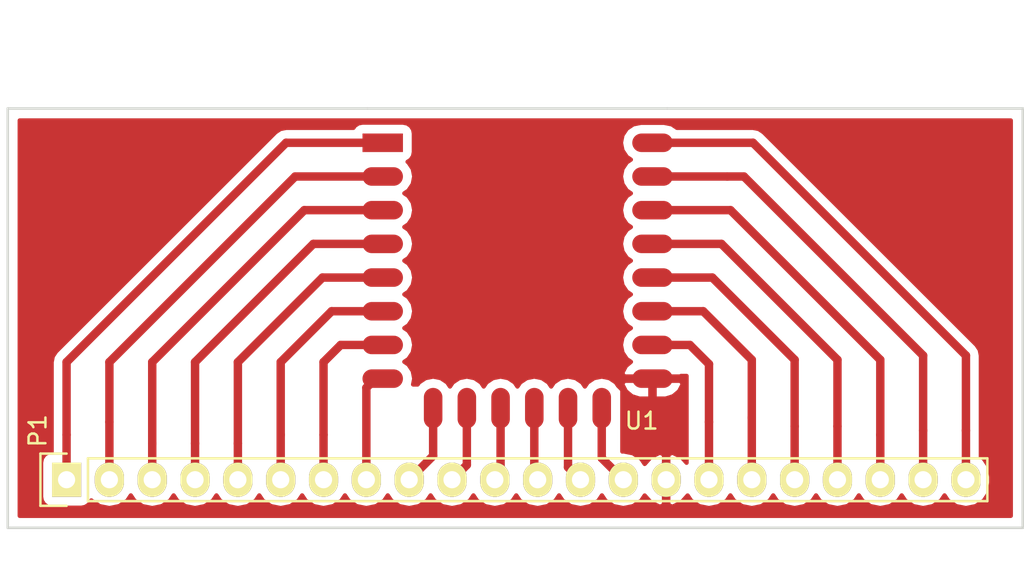
<source format=kicad_pcb>
(kicad_pcb (version 4) (host pcbnew 4.0.2-stable)

  (general
    (links 22)
    (no_connects 0)
    (area 126.975 86.273799 188.035001 120.158333)
    (thickness 1.6)
    (drawings 6)
    (tracks 77)
    (zones 0)
    (modules 2)
    (nets 23)
  )

  (page A4)
  (layers
    (0 F.Cu signal)
    (31 B.Cu signal)
    (32 B.Adhes user)
    (33 F.Adhes user)
    (34 B.Paste user)
    (35 F.Paste user)
    (36 B.SilkS user)
    (37 F.SilkS user)
    (38 B.Mask user)
    (39 F.Mask user)
    (40 Dwgs.User user)
    (41 Cmts.User user)
    (42 Eco1.User user)
    (43 Eco2.User user)
    (44 Edge.Cuts user)
    (45 Margin user)
    (46 B.CrtYd user)
    (47 F.CrtYd user)
    (48 B.Fab user)
    (49 F.Fab user)
  )

  (setup
    (last_trace_width 0.5)
    (trace_clearance 0.25)
    (zone_clearance 0.508)
    (zone_45_only yes)
    (trace_min 0.2)
    (segment_width 0.2)
    (edge_width 0.15)
    (via_size 0.6)
    (via_drill 0.4)
    (via_min_size 0.4)
    (via_min_drill 0.3)
    (uvia_size 0.3)
    (uvia_drill 0.1)
    (uvias_allowed no)
    (uvia_min_size 0.2)
    (uvia_min_drill 0.1)
    (pcb_text_width 0.3)
    (pcb_text_size 1.5 1.5)
    (mod_edge_width 0.15)
    (mod_text_size 1 1)
    (mod_text_width 0.15)
    (pad_size 2.032 1.7272)
    (pad_drill 1.016)
    (pad_to_mask_clearance 0.2)
    (aux_axis_origin 0 0)
    (visible_elements 7FFFFFFF)
    (pcbplotparams
      (layerselection 0x01000_00000001)
      (usegerberextensions false)
      (excludeedgelayer true)
      (linewidth 0.100000)
      (plotframeref false)
      (viasonmask false)
      (mode 1)
      (useauxorigin false)
      (hpglpennumber 1)
      (hpglpenspeed 20)
      (hpglpendiameter 15)
      (hpglpenoverlay 2)
      (psnegative false)
      (psa4output false)
      (plotreference true)
      (plotvalue false)
      (plotinvisibletext false)
      (padsonsilk false)
      (subtractmaskfromsilk true)
      (outputformat 1)
      (mirror false)
      (drillshape 0)
      (scaleselection 1)
      (outputdirectory ESP-12-F/))
  )

  (net 0 "")
  (net 1 "Net-(P1-Pad1)")
  (net 2 "Net-(P1-Pad2)")
  (net 3 "Net-(P1-Pad3)")
  (net 4 "Net-(P1-Pad4)")
  (net 5 "Net-(P1-Pad5)")
  (net 6 "Net-(P1-Pad6)")
  (net 7 "Net-(P1-Pad7)")
  (net 8 "Net-(P1-Pad9)")
  (net 9 "Net-(P1-Pad10)")
  (net 10 "Net-(P1-Pad11)")
  (net 11 "Net-(P1-Pad12)")
  (net 12 "Net-(P1-Pad13)")
  (net 13 "Net-(P1-Pad14)")
  (net 14 "Net-(P1-Pad16)")
  (net 15 "Net-(P1-Pad17)")
  (net 16 "Net-(P1-Pad18)")
  (net 17 "Net-(P1-Pad19)")
  (net 18 "Net-(P1-Pad20)")
  (net 19 "Net-(P1-Pad8)")
  (net 20 "Net-(P1-Pad15)")
  (net 21 "Net-(P1-Pad21)")
  (net 22 "Net-(P1-Pad22)")

  (net_class Default "This is the default net class."
    (clearance 0.25)
    (trace_width 0.5)
    (via_dia 0.6)
    (via_drill 0.4)
    (uvia_dia 0.3)
    (uvia_drill 0.1)
    (add_net "Net-(P1-Pad1)")
    (add_net "Net-(P1-Pad10)")
    (add_net "Net-(P1-Pad11)")
    (add_net "Net-(P1-Pad12)")
    (add_net "Net-(P1-Pad13)")
    (add_net "Net-(P1-Pad14)")
    (add_net "Net-(P1-Pad15)")
    (add_net "Net-(P1-Pad16)")
    (add_net "Net-(P1-Pad17)")
    (add_net "Net-(P1-Pad18)")
    (add_net "Net-(P1-Pad19)")
    (add_net "Net-(P1-Pad2)")
    (add_net "Net-(P1-Pad20)")
    (add_net "Net-(P1-Pad21)")
    (add_net "Net-(P1-Pad22)")
    (add_net "Net-(P1-Pad3)")
    (add_net "Net-(P1-Pad4)")
    (add_net "Net-(P1-Pad5)")
    (add_net "Net-(P1-Pad6)")
    (add_net "Net-(P1-Pad7)")
    (add_net "Net-(P1-Pad8)")
    (add_net "Net-(P1-Pad9)")
  )

  (module ESP8266:ESP-12E (layer F.Cu) (tedit 57AA9FBD) (tstamp 57AA5289)
    (at 150 95)
    (descr "Module, ESP-8266, ESP-12, 16 pad, SMD")
    (tags "Module ESP-8266 ESP8266")
    (path /57AA3F82)
    (fp_text reference U1 (at 15.354 16.506) (layer F.SilkS)
      (effects (font (size 1 1) (thickness 0.15)))
    )
    (fp_text value ESP-12E (at 8 1) (layer F.Fab)
      (effects (font (size 1 1) (thickness 0.15)))
    )
    (fp_line (start 16 -8.4) (end 0 -2.6) (layer F.CrtYd) (width 0.1524))
    (fp_line (start 0 -8.4) (end 16 -2.6) (layer F.CrtYd) (width 0.1524))
    (fp_text user "No Copper" (at 7.9 -5.4) (layer F.CrtYd)
      (effects (font (size 1 1) (thickness 0.15)))
    )
    (fp_line (start 0 -8.4) (end 0 -2.6) (layer F.CrtYd) (width 0.1524))
    (fp_line (start 0 -2.6) (end 16 -2.6) (layer F.CrtYd) (width 0.1524))
    (fp_line (start 16 -2.6) (end 16 -8.4) (layer F.CrtYd) (width 0.1524))
    (fp_line (start 16 -8.4) (end 0 -8.4) (layer F.CrtYd) (width 0.1524))
    (fp_line (start 16 -8.4) (end 16 15.6) (layer F.Fab) (width 0.1524))
    (fp_line (start 16 15.6) (end 0 15.6) (layer F.Fab) (width 0.1524))
    (fp_line (start 0 15.6) (end 0 -8.4) (layer F.Fab) (width 0.1524))
    (fp_line (start 0 -8.4) (end 16 -8.4) (layer F.Fab) (width 0.1524))
    (pad 9 smd oval (at 2.99 15.75 90) (size 2.4 1.1) (layers F.Cu F.Paste F.Mask)
      (net 8 "Net-(P1-Pad9)"))
    (pad 10 smd oval (at 4.99 15.75 90) (size 2.4 1.1) (layers F.Cu F.Paste F.Mask)
      (net 9 "Net-(P1-Pad10)"))
    (pad 11 smd oval (at 6.99 15.75 90) (size 2.4 1.1) (layers F.Cu F.Paste F.Mask)
      (net 10 "Net-(P1-Pad11)"))
    (pad 12 smd oval (at 8.99 15.75 90) (size 2.4 1.1) (layers F.Cu F.Paste F.Mask)
      (net 11 "Net-(P1-Pad12)"))
    (pad 13 smd oval (at 10.99 15.75 90) (size 2.4 1.1) (layers F.Cu F.Paste F.Mask)
      (net 12 "Net-(P1-Pad13)"))
    (pad 14 smd oval (at 12.99 15.75 90) (size 2.4 1.1) (layers F.Cu F.Paste F.Mask)
      (net 13 "Net-(P1-Pad14)"))
    (pad 1 smd rect (at 0 0) (size 2.4 1.1) (layers F.Cu F.Paste F.Mask)
      (net 1 "Net-(P1-Pad1)"))
    (pad 2 smd oval (at 0 2) (size 2.4 1.1) (layers F.Cu F.Paste F.Mask)
      (net 2 "Net-(P1-Pad2)"))
    (pad 3 smd oval (at 0 4) (size 2.4 1.1) (layers F.Cu F.Paste F.Mask)
      (net 3 "Net-(P1-Pad3)"))
    (pad 4 smd oval (at 0 6) (size 2.4 1.1) (layers F.Cu F.Paste F.Mask)
      (net 4 "Net-(P1-Pad4)"))
    (pad 5 smd oval (at 0 8) (size 2.4 1.1) (layers F.Cu F.Paste F.Mask)
      (net 5 "Net-(P1-Pad5)"))
    (pad 6 smd oval (at 0 10) (size 2.4 1.1) (layers F.Cu F.Paste F.Mask)
      (net 6 "Net-(P1-Pad6)"))
    (pad 7 smd oval (at 0 12) (size 2.4 1.1) (layers F.Cu F.Paste F.Mask)
      (net 7 "Net-(P1-Pad7)"))
    (pad 8 smd oval (at 0 14) (size 2.4 1.1) (layers F.Cu F.Paste F.Mask)
      (net 19 "Net-(P1-Pad8)"))
    (pad 15 smd oval (at 16 14) (size 2.4 1.1) (layers F.Cu F.Paste F.Mask)
      (net 20 "Net-(P1-Pad15)"))
    (pad 16 smd oval (at 16 12) (size 2.4 1.1) (layers F.Cu F.Paste F.Mask)
      (net 14 "Net-(P1-Pad16)"))
    (pad 17 smd oval (at 16 10) (size 2.4 1.1) (layers F.Cu F.Paste F.Mask)
      (net 15 "Net-(P1-Pad17)"))
    (pad 18 smd oval (at 16 8) (size 2.4 1.1) (layers F.Cu F.Paste F.Mask)
      (net 16 "Net-(P1-Pad18)"))
    (pad 19 smd oval (at 16 6) (size 2.4 1.1) (layers F.Cu F.Paste F.Mask)
      (net 17 "Net-(P1-Pad19)"))
    (pad 20 smd oval (at 16 4) (size 2.4 1.1) (layers F.Cu F.Paste F.Mask)
      (net 18 "Net-(P1-Pad20)"))
    (pad 21 smd oval (at 16 2) (size 2.4 1.1) (layers F.Cu F.Paste F.Mask)
      (net 21 "Net-(P1-Pad21)"))
    (pad 22 smd oval (at 16 0) (size 2.4 1.1) (layers F.Cu F.Paste F.Mask)
      (net 22 "Net-(P1-Pad22)"))
    (model ${ESPLIB}/ESP8266.3dshapes/ESP-12.wrl
      (at (xyz 0.04 0 0))
      (scale (xyz 0.3937 0.3937 0.3937))
      (rotate (xyz 0 0 0))
    )
  )

  (module Pin_Headers:Pin_Header_Straight_1x22 (layer F.Cu) (tedit 57AA6046) (tstamp 57AA526F)
    (at 131.25 115 90)
    (descr "Through hole pin header")
    (tags "pin header")
    (path /57AA80F9)
    (fp_text reference P1 (at 2.906 -1.71 90) (layer F.SilkS)
      (effects (font (size 1 1) (thickness 0.15)))
    )
    (fp_text value CONN_01X22 (at 0 -3.1 90) (layer F.Fab)
      (effects (font (size 1 1) (thickness 0.15)))
    )
    (fp_line (start -1.75 -1.75) (end -1.75 55.1) (layer F.CrtYd) (width 0.05))
    (fp_line (start 1.75 -1.75) (end 1.75 55.1) (layer F.CrtYd) (width 0.05))
    (fp_line (start -1.75 -1.75) (end 1.75 -1.75) (layer F.CrtYd) (width 0.05))
    (fp_line (start -1.75 55.1) (end 1.75 55.1) (layer F.CrtYd) (width 0.05))
    (fp_line (start -1.27 1.27) (end -1.27 54.61) (layer F.SilkS) (width 0.15))
    (fp_line (start -1.27 54.61) (end 1.27 54.61) (layer F.SilkS) (width 0.15))
    (fp_line (start 1.27 54.61) (end 1.27 1.27) (layer F.SilkS) (width 0.15))
    (fp_line (start 1.55 -1.55) (end 1.55 0) (layer F.SilkS) (width 0.15))
    (fp_line (start 1.27 1.27) (end -1.27 1.27) (layer F.SilkS) (width 0.15))
    (fp_line (start -1.55 0) (end -1.55 -1.55) (layer F.SilkS) (width 0.15))
    (fp_line (start -1.55 -1.55) (end 1.55 -1.55) (layer F.SilkS) (width 0.15))
    (pad 1 thru_hole rect (at 0 0 90) (size 2.032 1.7272) (drill 1.016) (layers *.Cu *.Mask F.SilkS)
      (net 1 "Net-(P1-Pad1)"))
    (pad 2 thru_hole oval (at 0 2.54 90) (size 2.032 1.7272) (drill 1.016) (layers *.Cu *.Mask F.SilkS)
      (net 2 "Net-(P1-Pad2)"))
    (pad 3 thru_hole oval (at 0 5.08 90) (size 2.032 1.7272) (drill 1.016) (layers *.Cu *.Mask F.SilkS)
      (net 3 "Net-(P1-Pad3)"))
    (pad 4 thru_hole oval (at 0 7.62 90) (size 2.032 1.7272) (drill 1.016) (layers *.Cu *.Mask F.SilkS)
      (net 4 "Net-(P1-Pad4)"))
    (pad 5 thru_hole oval (at 0 10.16 90) (size 2.032 1.7272) (drill 1.016) (layers *.Cu *.Mask F.SilkS)
      (net 5 "Net-(P1-Pad5)"))
    (pad 6 thru_hole oval (at 0 12.7 90) (size 2.032 1.7272) (drill 1.016) (layers *.Cu *.Mask F.SilkS)
      (net 6 "Net-(P1-Pad6)"))
    (pad 7 thru_hole oval (at 0 15.24 90) (size 2.032 1.7272) (drill 1.016) (layers *.Cu *.Mask F.SilkS)
      (net 7 "Net-(P1-Pad7)"))
    (pad 8 thru_hole oval (at 0 17.78 90) (size 2.032 1.7272) (drill 1.016) (layers *.Cu *.Mask F.SilkS)
      (net 19 "Net-(P1-Pad8)"))
    (pad 9 thru_hole oval (at 0 20.32 90) (size 2.032 1.7272) (drill 1.016) (layers *.Cu *.Mask F.SilkS)
      (net 8 "Net-(P1-Pad9)"))
    (pad 10 thru_hole oval (at 0 22.86 90) (size 2.032 1.7272) (drill 1.016) (layers *.Cu *.Mask F.SilkS)
      (net 9 "Net-(P1-Pad10)"))
    (pad 11 thru_hole oval (at 0 25.4 90) (size 2.032 1.7272) (drill 1.016) (layers *.Cu *.Mask F.SilkS)
      (net 10 "Net-(P1-Pad11)"))
    (pad 12 thru_hole oval (at 0 27.94 90) (size 2.032 1.7272) (drill 1.016) (layers *.Cu *.Mask F.SilkS)
      (net 11 "Net-(P1-Pad12)"))
    (pad 13 thru_hole oval (at 0 30.48 90) (size 2.032 1.7272) (drill 1.016) (layers *.Cu *.Mask F.SilkS)
      (net 12 "Net-(P1-Pad13)"))
    (pad 14 thru_hole oval (at 0 33.02 90) (size 2.032 1.7272) (drill 1.016) (layers *.Cu *.Mask F.SilkS)
      (net 13 "Net-(P1-Pad14)"))
    (pad 15 thru_hole oval (at 0 35.56 90) (size 2.032 1.7272) (drill 1.016) (layers *.Cu *.Mask F.SilkS)
      (net 20 "Net-(P1-Pad15)"))
    (pad 16 thru_hole oval (at 0 38.1 90) (size 2.032 1.7272) (drill 1.016) (layers *.Cu *.Mask F.SilkS)
      (net 14 "Net-(P1-Pad16)"))
    (pad 17 thru_hole oval (at 0 40.64 90) (size 2.032 1.7272) (drill 1.016) (layers *.Cu *.Mask F.SilkS)
      (net 15 "Net-(P1-Pad17)"))
    (pad 18 thru_hole oval (at 0 43.18 90) (size 2.032 1.7272) (drill 1.016) (layers *.Cu *.Mask F.SilkS)
      (net 16 "Net-(P1-Pad18)"))
    (pad 19 thru_hole oval (at 0 45.72 90) (size 2.032 1.7272) (drill 1.016) (layers *.Cu *.Mask F.SilkS)
      (net 17 "Net-(P1-Pad19)"))
    (pad 20 thru_hole oval (at 0 48.26 90) (size 2.032 1.7272) (drill 1.016) (layers *.Cu *.Mask F.SilkS)
      (net 18 "Net-(P1-Pad20)"))
    (pad 21 thru_hole oval (at 0 50.8 90) (size 2.032 1.7272) (drill 1.016) (layers *.Cu *.Mask F.SilkS)
      (net 21 "Net-(P1-Pad21)"))
    (pad 22 thru_hole oval (at 0 53.34 90) (size 2.032 1.7272) (drill 1.016) (layers *.Cu *.Mask F.SilkS)
      (net 22 "Net-(P1-Pad22)"))
    (model Pin_Headers.3dshapes/Pin_Header_Straight_1x22.wrl
      (at (xyz 0 -1.05 0))
      (scale (xyz 1 1 1))
      (rotate (xyz 0 0 90))
    )
  )

  (gr_line (start 127.762 117.856) (end 127.762 92.964) (angle 90) (layer Edge.Cuts) (width 0.15))
  (gr_line (start 187.96 92.964) (end 187.96 117.856) (angle 90) (layer Edge.Cuts) (width 0.15))
  (gr_line (start 127.762 117.856) (end 187.96 117.856) (angle 90) (layer Edge.Cuts) (width 0.15))
  (gr_line (start 166.878 92.964) (end 187.96 92.964) (angle 90) (layer Edge.Cuts) (width 0.15))
  (gr_line (start 149.098 92.964) (end 127.762 92.964) (angle 90) (layer Edge.Cuts) (width 0.15))
  (gr_line (start 149.098 92.964) (end 166.878 92.964) (angle 90) (layer Edge.Cuts) (width 0.15))

  (segment (start 131.25 115) (end 131.25 112.336) (width 0.5) (layer F.Cu) (net 1))
  (segment (start 150 95) (end 144.268 95) (width 0.5) (layer F.Cu) (net 1))
  (segment (start 131.25 108.018) (end 131.25 112.336) (width 0.5) (layer F.Cu) (net 1) (tstamp 57AA55F4))
  (segment (start 144.268 95) (end 131.25 108.018) (width 0.5) (layer F.Cu) (net 1) (tstamp 57AA55F2))
  (segment (start 133.79 115) (end 133.79 111.574) (width 0.5) (layer F.Cu) (net 2))
  (segment (start 150 97) (end 144.808 97) (width 0.5) (layer F.Cu) (net 2))
  (segment (start 133.79 108.018) (end 133.79 111.574) (width 0.5) (layer F.Cu) (net 2) (tstamp 57AA55EF))
  (segment (start 144.808 97) (end 133.79 108.018) (width 0.5) (layer F.Cu) (net 2) (tstamp 57AA55ED))
  (segment (start 136.33 115) (end 136.33 112.844) (width 0.5) (layer F.Cu) (net 3))
  (segment (start 150 99) (end 145.348 99) (width 0.5) (layer F.Cu) (net 3))
  (segment (start 136.33 108.018) (end 136.33 112.844) (width 0.5) (layer F.Cu) (net 3) (tstamp 57AA55EA))
  (segment (start 145.348 99) (end 136.33 108.018) (width 0.5) (layer F.Cu) (net 3) (tstamp 57AA55E8))
  (segment (start 138.87 115) (end 138.87 112.844) (width 0.5) (layer F.Cu) (net 4))
  (segment (start 150 101) (end 145.888 101) (width 0.5) (layer F.Cu) (net 4))
  (segment (start 138.87 108.018) (end 138.87 112.844) (width 0.5) (layer F.Cu) (net 4) (tstamp 57AA55E5))
  (segment (start 145.888 101) (end 138.87 108.018) (width 0.5) (layer F.Cu) (net 4) (tstamp 57AA55E3))
  (segment (start 141.41 115) (end 141.41 112.844) (width 0.5) (layer F.Cu) (net 5))
  (segment (start 150 103) (end 146.428 103) (width 0.5) (layer F.Cu) (net 5))
  (segment (start 141.41 108.018) (end 141.41 112.844) (width 0.5) (layer F.Cu) (net 5) (tstamp 57AA55E0))
  (segment (start 146.428 103) (end 141.41 108.018) (width 0.5) (layer F.Cu) (net 5) (tstamp 57AA55DE))
  (segment (start 143.95 115) (end 143.95 112.336) (width 0.5) (layer F.Cu) (net 6))
  (segment (start 150 105) (end 146.968 105) (width 0.5) (layer F.Cu) (net 6))
  (segment (start 143.95 108.018) (end 143.95 112.336) (width 0.5) (layer F.Cu) (net 6) (tstamp 57AA55DB))
  (segment (start 146.968 105) (end 143.95 108.018) (width 0.5) (layer F.Cu) (net 6) (tstamp 57AA55D9))
  (segment (start 146.49 115) (end 146.49 112.336) (width 0.5) (layer F.Cu) (net 7))
  (segment (start 147.508 107) (end 146.49 108.018) (width 0.5) (layer F.Cu) (net 7) (tstamp 57AA55F8))
  (segment (start 146.49 108.018) (end 146.49 112.336) (width 0.5) (layer F.Cu) (net 7) (tstamp 57AA55F9))
  (segment (start 150 107) (end 147.508 107) (width 0.5) (layer F.Cu) (net 7))
  (segment (start 152.99 110.75) (end 152.99 113.58) (width 0.5) (layer F.Cu) (net 8))
  (segment (start 152.99 113.58) (end 151.57 115) (width 0.5) (layer F.Cu) (net 8) (tstamp 57AAA64D))
  (segment (start 154.99 110.75) (end 154.99 114.12) (width 0.5) (layer F.Cu) (net 9))
  (segment (start 154.99 114.12) (end 154.11 115) (width 0.5) (layer F.Cu) (net 9) (tstamp 57AAA64A))
  (segment (start 156.99 110.75) (end 156.99 114.66) (width 0.5) (layer F.Cu) (net 10))
  (segment (start 156.99 114.66) (end 156.65 115) (width 0.5) (layer F.Cu) (net 10) (tstamp 57AAA647))
  (segment (start 158.99 110.75) (end 158.99 114.8) (width 0.5) (layer F.Cu) (net 11))
  (segment (start 158.99 114.8) (end 159.19 115) (width 0.5) (layer F.Cu) (net 11) (tstamp 57AAA644))
  (segment (start 160.99 110.75) (end 160.99 114.26) (width 0.5) (layer F.Cu) (net 12))
  (segment (start 160.99 114.26) (end 161.73 115) (width 0.5) (layer F.Cu) (net 12) (tstamp 57AAA63B))
  (segment (start 162.99 110.75) (end 162.99 113.72) (width 0.5) (layer F.Cu) (net 13))
  (segment (start 162.99 113.72) (end 164.27 115) (width 0.5) (layer F.Cu) (net 13) (tstamp 57AAA640))
  (segment (start 169.35 115) (end 169.35 111.574) (width 0.5) (layer F.Cu) (net 14))
  (segment (start 166 107) (end 168.214 107) (width 0.5) (layer F.Cu) (net 14))
  (segment (start 169.35 108.136) (end 169.35 111.574) (width 0.5) (layer F.Cu) (net 14) (tstamp 57AA5603))
  (segment (start 168.214 107) (end 169.35 108.136) (width 0.5) (layer F.Cu) (net 14) (tstamp 57AA5601))
  (segment (start 171.89 115) (end 171.89 111.32) (width 0.5) (layer F.Cu) (net 15))
  (segment (start 166 105) (end 169.008 105) (width 0.5) (layer F.Cu) (net 15))
  (segment (start 169.008 105) (end 171.89 107.882) (width 0.5) (layer F.Cu) (net 15) (tstamp 57AA560F))
  (segment (start 171.89 107.882) (end 171.89 111.32) (width 0.5) (layer F.Cu) (net 15) (tstamp 57AA5614))
  (segment (start 174.43 115) (end 174.43 111.828) (width 0.5) (layer F.Cu) (net 16))
  (segment (start 166 103) (end 169.548 103) (width 0.5) (layer F.Cu) (net 16))
  (segment (start 174.43 107.882) (end 174.43 111.828) (width 0.5) (layer F.Cu) (net 16) (tstamp 57AA561A))
  (segment (start 169.548 103) (end 174.43 107.882) (width 0.5) (layer F.Cu) (net 16) (tstamp 57AA5617))
  (segment (start 176.97 115) (end 176.97 111.828) (width 0.5) (layer F.Cu) (net 17))
  (segment (start 166 101) (end 170.088 101) (width 0.5) (layer F.Cu) (net 17))
  (segment (start 176.97 107.882) (end 176.97 111.828) (width 0.5) (layer F.Cu) (net 17) (tstamp 57AA5621))
  (segment (start 170.088 101) (end 176.97 107.882) (width 0.5) (layer F.Cu) (net 17) (tstamp 57AA561D))
  (segment (start 179.51 115) (end 179.51 112.336) (width 0.5) (layer F.Cu) (net 18))
  (segment (start 166 99) (end 170.628 99) (width 0.5) (layer F.Cu) (net 18))
  (segment (start 179.51 107.882) (end 179.51 112.336) (width 0.5) (layer F.Cu) (net 18) (tstamp 57AA5630))
  (segment (start 170.628 99) (end 179.51 107.882) (width 0.5) (layer F.Cu) (net 18) (tstamp 57AA562B))
  (segment (start 150 109) (end 149.572 109) (width 0.5) (layer F.Cu) (net 19) (status C00000))
  (segment (start 149.572 109) (end 149.03 109.542) (width 0.5) (layer F.Cu) (net 19) (tstamp 57B1FBD9) (status 400000))
  (segment (start 149.03 109.542) (end 149.03 115) (width 0.5) (layer F.Cu) (net 19) (tstamp 57B1FBE3) (status 800000))
  (segment (start 150 109) (end 149.826 109) (width 0.5) (layer F.Cu) (net 19) (status C00000))
  (segment (start 150 109) (end 149.318 109) (width 0.5) (layer F.Cu) (net 19))
  (segment (start 166 109) (end 164.88 109) (width 0.25) (layer F.Cu) (net 20))
  (segment (start 182.05 115) (end 182.05 112.082) (width 0.5) (layer F.Cu) (net 21))
  (segment (start 165.972 97.028) (end 166 97) (width 0.25) (layer F.Cu) (net 21) (tstamp 57AA9F06))
  (segment (start 166 97) (end 165.326 97) (width 0.25) (layer F.Cu) (net 21))
  (segment (start 166 97) (end 170.434 97) (width 0.5) (layer F.Cu) (net 21))
  (segment (start 170.434 97) (end 171.422 97) (width 0.5) (layer F.Cu) (net 21) (tstamp 57AA56F7))
  (segment (start 182.05 107.628) (end 182.05 112.082) (width 0.5) (layer F.Cu) (net 21) (tstamp 57AA56EB))
  (segment (start 171.422 97) (end 182.05 107.628) (width 0.5) (layer F.Cu) (net 21) (tstamp 57AA56D8))
  (segment (start 166 95) (end 171.962 95) (width 0.5) (layer F.Cu) (net 22))
  (segment (start 171.962 95) (end 184.59 107.628) (width 0.5) (layer F.Cu) (net 22))
  (segment (start 184.59 107.628) (end 184.59 112.082) (width 0.5) (layer F.Cu) (net 22))
  (segment (start 184.59 112.082) (end 184.59 115) (width 0.5) (layer F.Cu) (net 22))

  (zone (net 20) (net_name "Net-(P1-Pad15)") (layer F.Cu) (tstamp 57ACC689) (hatch edge 0.508)
    (connect_pads (clearance 0.508))
    (min_thickness 0.254)
    (fill yes (arc_segments 16) (thermal_gap 0.508) (thermal_bridge_width 0.508))
    (polygon
      (pts
        (xy 187.96 117.856) (xy 127.762 117.856) (xy 127.762 92.964) (xy 187.96 92.964) (xy 187.96 117.856)
      )
    )
    (filled_polygon
      (pts
        (xy 187.25 117.146) (xy 128.472 117.146) (xy 128.472 113.984) (xy 129.73896 113.984) (xy 129.73896 116.016)
        (xy 129.783238 116.251317) (xy 129.92231 116.467441) (xy 130.13451 116.612431) (xy 130.3864 116.66344) (xy 132.1136 116.66344)
        (xy 132.348917 116.619162) (xy 132.565041 116.48009) (xy 132.710031 116.26789) (xy 132.7184 116.226561) (xy 132.73033 116.244415)
        (xy 133.216511 116.569271) (xy 133.79 116.683345) (xy 134.363489 116.569271) (xy 134.84967 116.244415) (xy 135.06 115.929634)
        (xy 135.27033 116.244415) (xy 135.756511 116.569271) (xy 136.33 116.683345) (xy 136.903489 116.569271) (xy 137.38967 116.244415)
        (xy 137.6 115.929634) (xy 137.81033 116.244415) (xy 138.296511 116.569271) (xy 138.87 116.683345) (xy 139.443489 116.569271)
        (xy 139.92967 116.244415) (xy 140.14 115.929634) (xy 140.35033 116.244415) (xy 140.836511 116.569271) (xy 141.41 116.683345)
        (xy 141.983489 116.569271) (xy 142.46967 116.244415) (xy 142.68 115.929634) (xy 142.89033 116.244415) (xy 143.376511 116.569271)
        (xy 143.95 116.683345) (xy 144.523489 116.569271) (xy 145.00967 116.244415) (xy 145.22 115.929634) (xy 145.43033 116.244415)
        (xy 145.916511 116.569271) (xy 146.49 116.683345) (xy 147.063489 116.569271) (xy 147.54967 116.244415) (xy 147.76 115.929634)
        (xy 147.97033 116.244415) (xy 148.456511 116.569271) (xy 149.03 116.683345) (xy 149.603489 116.569271) (xy 150.08967 116.244415)
        (xy 150.3 115.929634) (xy 150.51033 116.244415) (xy 150.996511 116.569271) (xy 151.57 116.683345) (xy 152.143489 116.569271)
        (xy 152.62967 116.244415) (xy 152.84 115.929634) (xy 153.05033 116.244415) (xy 153.536511 116.569271) (xy 154.11 116.683345)
        (xy 154.683489 116.569271) (xy 155.16967 116.244415) (xy 155.38 115.929634) (xy 155.59033 116.244415) (xy 156.076511 116.569271)
        (xy 156.65 116.683345) (xy 157.223489 116.569271) (xy 157.70967 116.244415) (xy 157.92 115.929634) (xy 158.13033 116.244415)
        (xy 158.616511 116.569271) (xy 159.19 116.683345) (xy 159.763489 116.569271) (xy 160.24967 116.244415) (xy 160.46 115.929634)
        (xy 160.67033 116.244415) (xy 161.156511 116.569271) (xy 161.73 116.683345) (xy 162.303489 116.569271) (xy 162.78967 116.244415)
        (xy 163 115.929634) (xy 163.21033 116.244415) (xy 163.696511 116.569271) (xy 164.27 116.683345) (xy 164.843489 116.569271)
        (xy 165.32967 116.244415) (xy 165.536461 115.934931) (xy 165.907964 116.350732) (xy 166.435209 116.604709) (xy 166.450974 116.607358)
        (xy 166.683 116.486217) (xy 166.683 115.127) (xy 166.663 115.127) (xy 166.663 114.873) (xy 166.683 114.873)
        (xy 166.683 113.513783) (xy 166.450974 113.392642) (xy 166.435209 113.395291) (xy 165.907964 113.649268) (xy 165.536461 114.065069)
        (xy 165.32967 113.755585) (xy 164.843489 113.430729) (xy 164.27 113.316655) (xy 164.211 113.328391) (xy 164.211 109.728)
        (xy 164.201666 109.680211) (xy 164.173803 109.638197) (xy 163.961201 109.425595) (xy 163.883793 109.309744) (xy 164.206197 109.309744)
        (xy 164.206602 109.336146) (xy 164.422276 109.748118) (xy 164.779187 110.046196) (xy 165.223 110.185) (xy 165.873 110.185)
        (xy 165.873 109.127) (xy 166.127 109.127) (xy 166.127 110.185) (xy 166.777 110.185) (xy 167.220813 110.046196)
        (xy 167.577724 109.748118) (xy 167.793398 109.336146) (xy 167.793803 109.309744) (xy 167.668361 109.127) (xy 166.127 109.127)
        (xy 165.873 109.127) (xy 164.331639 109.127) (xy 164.206197 109.309744) (xy 163.883793 109.309744) (xy 163.827922 109.226128)
        (xy 163.44348 108.969253) (xy 162.99 108.87905) (xy 162.53652 108.969253) (xy 162.152078 109.226128) (xy 161.99 109.468696)
        (xy 161.827922 109.226128) (xy 161.44348 108.969253) (xy 160.99 108.87905) (xy 160.53652 108.969253) (xy 160.152078 109.226128)
        (xy 159.99 109.468696) (xy 159.827922 109.226128) (xy 159.44348 108.969253) (xy 158.99 108.87905) (xy 158.53652 108.969253)
        (xy 158.152078 109.226128) (xy 157.99 109.468696) (xy 157.827922 109.226128) (xy 157.44348 108.969253) (xy 156.99 108.87905)
        (xy 156.53652 108.969253) (xy 156.152078 109.226128) (xy 155.99 109.468696) (xy 155.827922 109.226128) (xy 155.44348 108.969253)
        (xy 154.99 108.87905) (xy 154.53652 108.969253) (xy 154.152078 109.226128) (xy 153.99 109.468696) (xy 153.827922 109.226128)
        (xy 153.44348 108.969253) (xy 152.99 108.87905) (xy 152.53652 108.969253) (xy 152.152078 109.226128) (xy 152.071314 109.347)
        (xy 151.801927 109.347) (xy 151.87095 109) (xy 151.780747 108.54652) (xy 151.523872 108.162078) (xy 151.281304 108)
        (xy 151.523872 107.837922) (xy 151.780747 107.45348) (xy 151.87095 107) (xy 151.780747 106.54652) (xy 151.523872 106.162078)
        (xy 151.281304 106) (xy 151.523872 105.837922) (xy 151.780747 105.45348) (xy 151.87095 105) (xy 151.780747 104.54652)
        (xy 151.523872 104.162078) (xy 151.281304 104) (xy 151.523872 103.837922) (xy 151.780747 103.45348) (xy 151.87095 103)
        (xy 151.780747 102.54652) (xy 151.523872 102.162078) (xy 151.281304 102) (xy 151.523872 101.837922) (xy 151.780747 101.45348)
        (xy 151.87095 101) (xy 151.780747 100.54652) (xy 151.523872 100.162078) (xy 151.281304 100) (xy 151.523872 99.837922)
        (xy 151.780747 99.45348) (xy 151.87095 99) (xy 151.780747 98.54652) (xy 151.523872 98.162078) (xy 151.281304 98)
        (xy 151.523872 97.837922) (xy 151.780747 97.45348) (xy 151.87095 97) (xy 151.780747 96.54652) (xy 151.523872 96.162078)
        (xy 151.473631 96.128508) (xy 151.651441 96.01409) (xy 151.796431 95.80189) (xy 151.84744 95.55) (xy 151.84744 95)
        (xy 164.12905 95) (xy 164.219253 95.45348) (xy 164.476128 95.837922) (xy 164.718696 96) (xy 164.476128 96.162078)
        (xy 164.219253 96.54652) (xy 164.12905 97) (xy 164.219253 97.45348) (xy 164.476128 97.837922) (xy 164.718696 98)
        (xy 164.476128 98.162078) (xy 164.219253 98.54652) (xy 164.12905 99) (xy 164.219253 99.45348) (xy 164.476128 99.837922)
        (xy 164.718696 100) (xy 164.476128 100.162078) (xy 164.219253 100.54652) (xy 164.12905 101) (xy 164.219253 101.45348)
        (xy 164.476128 101.837922) (xy 164.718696 102) (xy 164.476128 102.162078) (xy 164.219253 102.54652) (xy 164.12905 103)
        (xy 164.219253 103.45348) (xy 164.476128 103.837922) (xy 164.718696 104) (xy 164.476128 104.162078) (xy 164.219253 104.54652)
        (xy 164.12905 105) (xy 164.219253 105.45348) (xy 164.476128 105.837922) (xy 164.718696 106) (xy 164.476128 106.162078)
        (xy 164.219253 106.54652) (xy 164.12905 107) (xy 164.219253 107.45348) (xy 164.476128 107.837922) (xy 164.721572 108.001922)
        (xy 164.422276 108.251882) (xy 164.206602 108.663854) (xy 164.206197 108.690256) (xy 164.331639 108.873) (xy 165.873 108.873)
        (xy 165.873 108.853) (xy 166.127 108.853) (xy 166.127 108.873) (xy 167.668361 108.873) (xy 167.6917 108.839)
        (xy 168.021 108.839) (xy 168.021 113.995073) (xy 167.712036 113.649268) (xy 167.184791 113.395291) (xy 167.169026 113.392642)
        (xy 166.937 113.513783) (xy 166.937 114.873) (xy 166.957 114.873) (xy 166.957 115.127) (xy 166.937 115.127)
        (xy 166.937 116.486217) (xy 167.169026 116.607358) (xy 167.184791 116.604709) (xy 167.712036 116.350732) (xy 168.083539 115.934931)
        (xy 168.29033 116.244415) (xy 168.776511 116.569271) (xy 169.35 116.683345) (xy 169.923489 116.569271) (xy 170.40967 116.244415)
        (xy 170.62 115.929634) (xy 170.83033 116.244415) (xy 171.316511 116.569271) (xy 171.89 116.683345) (xy 172.463489 116.569271)
        (xy 172.94967 116.244415) (xy 173.16 115.929634) (xy 173.37033 116.244415) (xy 173.856511 116.569271) (xy 174.43 116.683345)
        (xy 175.003489 116.569271) (xy 175.48967 116.244415) (xy 175.7 115.929634) (xy 175.91033 116.244415) (xy 176.396511 116.569271)
        (xy 176.97 116.683345) (xy 177.543489 116.569271) (xy 178.02967 116.244415) (xy 178.24 115.929634) (xy 178.45033 116.244415)
        (xy 178.936511 116.569271) (xy 179.51 116.683345) (xy 180.083489 116.569271) (xy 180.56967 116.244415) (xy 180.78 115.929634)
        (xy 180.99033 116.244415) (xy 181.476511 116.569271) (xy 182.05 116.683345) (xy 182.623489 116.569271) (xy 183.10967 116.244415)
        (xy 183.32 115.929634) (xy 183.53033 116.244415) (xy 184.016511 116.569271) (xy 184.59 116.683345) (xy 185.163489 116.569271)
        (xy 185.64967 116.244415) (xy 185.974526 115.758234) (xy 186.0886 115.184745) (xy 186.0886 114.815255) (xy 185.974526 114.241766)
        (xy 185.64967 113.755585) (xy 185.475 113.638874) (xy 185.475 107.628005) (xy 185.475001 107.628) (xy 185.407633 107.289326)
        (xy 185.407633 107.289325) (xy 185.21579 107.00221) (xy 185.215787 107.002208) (xy 172.58779 94.37421) (xy 172.300675 94.182367)
        (xy 172.244484 94.17119) (xy 171.962 94.114999) (xy 171.961995 94.115) (xy 167.453415 94.115) (xy 167.13943 93.905203)
        (xy 166.68595 93.815) (xy 165.31405 93.815) (xy 164.86057 93.905203) (xy 164.476128 94.162078) (xy 164.219253 94.54652)
        (xy 164.12905 95) (xy 151.84744 95) (xy 151.84744 94.45) (xy 151.803162 94.214683) (xy 151.66409 93.998559)
        (xy 151.45189 93.853569) (xy 151.2 93.80256) (xy 148.8 93.80256) (xy 148.564683 93.846838) (xy 148.348559 93.98591)
        (xy 148.260356 94.115) (xy 144.268005 94.115) (xy 144.268 94.114999) (xy 143.929325 94.182367) (xy 143.64221 94.37421)
        (xy 143.642208 94.374213) (xy 130.62421 107.39221) (xy 130.432367 107.679325) (xy 130.432367 107.679326) (xy 130.364999 108.018)
        (xy 130.365 108.018005) (xy 130.365 113.340587) (xy 130.151083 113.380838) (xy 129.934959 113.51991) (xy 129.789969 113.73211)
        (xy 129.73896 113.984) (xy 128.472 113.984) (xy 128.472 93.674) (xy 187.25 93.674)
      )
    )
  )
  (zone (net 0) (net_name "") (layer F.Cu) (tstamp 57B1F9BB) (hatch edge 0.508)
    (connect_pads (clearance 0.508))
    (min_thickness 0.254)
    (keepout (tracks allowed) (vias allowed) (copperpour not_allowed))
    (fill (arc_segments 16) (thermal_gap 0.508) (thermal_bridge_width 0.508))
    (polygon
      (pts
        (xy 152.654 114.3) (xy 148.59 114.3) (xy 148.59 109.474) (xy 152.654 109.474) (xy 152.654 114.3)
      )
    )
  )
  (zone (net 0) (net_name "") (layer F.Cu) (tstamp 57B1FA93) (hatch edge 0.508)
    (connect_pads (clearance 0.508))
    (min_thickness 0.254)
    (keepout (tracks allowed) (vias allowed) (copperpour not_allowed))
    (fill (arc_segments 16) (thermal_gap 0.508) (thermal_bridge_width 0.508))
    (polygon
      (pts
        (xy 164.084 109.728) (xy 164.084 114.3) (xy 163.068 114.3) (xy 163.068 109.22) (xy 163.576 109.22)
        (xy 164.084 109.728)
      )
    )
  )
  (zone (net 0) (net_name "") (layer F.Cu) (tstamp 57B1FB3D) (hatch edge 0.508)
    (connect_pads (clearance 0.508))
    (min_thickness 0.254)
    (keepout (tracks allowed) (vias allowed) (copperpour not_allowed))
    (fill (arc_segments 16) (thermal_gap 0.508) (thermal_bridge_width 0.508))
    (polygon
      (pts
        (xy 167.386 108.712) (xy 168.148 108.712) (xy 168.148 114.554) (xy 168.91 113.792) (xy 168.91 107.188)
        (xy 167.386 107.188) (xy 166.624 107.95) (xy 167.386 108.712)
      )
    )
  )
)

</source>
